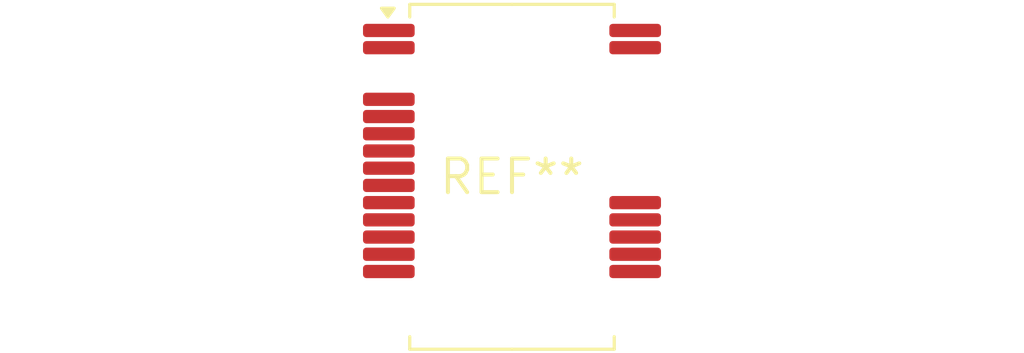
<source format=kicad_pcb>
(kicad_pcb (version 20240108) (generator pcbnew)
  (layers (0 "F.Cu" signal) (31 "B.Cu" signal) (34 "B.Paste" user) (35 "F.Paste" user) (36 "B.SilkS" user "B.Silkscreen") (37 "F.SilkS" user "F.Silkscreen") (38 "B.Mask" user) (39 "F.Mask" user) (44 "Edge.Cuts" user))
  (net 0 "")
  (footprint "Infineon_PG-DSO-20-U03_7.5x12.8mm" (layer "F.Cu") (at 0 0)
    (property "Reference" "REF**")
    (property "Value" "Infineon_PG-DSO-20-U03_7.5x12.8mm")
    (fp_line (start -3.86 -6.51) (end -3.86 -6.035) (layer "F.SilkS") (stroke (width 0.12)))
    (fp_line (start -3.86 6.51) (end -3.86 6.035) (layer "F.SilkS") (stroke (width 0.12)))
    (fp_line (start 0 -6.51) (end -3.86 -6.51) (layer "F.SilkS") (stroke (width 0.12)))
    (fp_line (start 0 -6.51) (end 3.86 -6.51) (layer "F.SilkS") (stroke (width 0.12)))
    (fp_line (start 0 6.51) (end -3.86 6.51) (layer "F.SilkS") (stroke (width 0.12)))
    (fp_line (start 0 6.51) (end 3.86 6.51) (layer "F.SilkS") (stroke (width 0.12)))
    (fp_line (start 3.86 -6.51) (end 3.86 -6.035) (layer "F.SilkS") (stroke (width 0.12)))
    (fp_line (start 3.86 6.51) (end 3.86 6.035) (layer "F.SilkS") (stroke (width 0.12)))
    (fp_poly (pts (xy -4.6875 -6.035) (xy -4.9275 -6.365) (xy -4.4475 -6.365) (xy -4.6875 -6.035)) (layer "F.SilkS") (stroke (width 0.12)) (fill solid))
    (pad "1" smd roundrect (at -4.65 -5.525) (size 1.95 0.5) (layers "F.Cu" "F.Paste" "F.Mask"))
    (pad "2" smd roundrect (at -4.65 -4.875) (size 1.95 0.5) (layers "F.Cu" "F.Paste" "F.Mask"))
    (pad "3" smd roundrect (at -4.65 -2.925) (size 1.95 0.5) (layers "F.Cu" "F.Paste" "F.Mask"))
    (pad "4" smd roundrect (at -4.65 -2.275) (size 1.95 0.5) (layers "F.Cu" "F.Paste" "F.Mask"))
    (pad "5" smd roundrect (at -4.65 -1.625) (size 1.95 0.5) (layers "F.Cu" "F.Paste" "F.Mask"))
    (pad "6" smd roundrect (at -4.65 -0.975) (size 1.95 0.5) (layers "F.Cu" "F.Paste" "F.Mask"))
    (pad "7" smd roundrect (at -4.65 -0.325) (size 1.95 0.5) (layers "F.Cu" "F.Paste" "F.Mask"))
    (pad "8" smd roundrect (at -4.65 0.325) (size 1.95 0.5) (layers "F.Cu" "F.Paste" "F.Mask"))
    (pad "9" smd roundrect (at -4.65 0.975) (size 1.95 0.5) (layers "F.Cu" "F.Paste" "F.Mask"))
    (pad "10" smd roundrect (at -4.65 1.625) (size 1.95 0.5) (layers "F.Cu" "F.Paste" "F.Mask"))
    (pad "11" smd roundrect (at -4.65 2.275) (size 1.95 0.5) (layers "F.Cu" "F.Paste" "F.Mask"))
    (pad "12" smd roundrect (at -4.65 2.925) (size 1.95 0.5) (layers "F.Cu" "F.Paste" "F.Mask"))
    (pad "13" smd roundrect (at -4.65 3.575) (size 1.95 0.5) (layers "F.Cu" "F.Paste" "F.Mask"))
    (pad "14" smd roundrect (at 4.65 3.575) (size 1.95 0.5) (layers "F.Cu" "F.Paste" "F.Mask"))
    (pad "15" smd roundrect (at 4.65 2.925) (size 1.95 0.5) (layers "F.Cu" "F.Paste" "F.Mask"))
    (pad "16" smd roundrect (at 4.65 2.275) (size 1.95 0.5) (layers "F.Cu" "F.Paste" "F.Mask"))
    (pad "17" smd roundrect (at 4.65 1.625) (size 1.95 0.5) (layers "F.Cu" "F.Paste" "F.Mask"))
    (pad "18" smd roundrect (at 4.65 0.975) (size 1.95 0.5) (layers "F.Cu" "F.Paste" "F.Mask"))
    (pad "19" smd roundrect (at 4.65 -4.875) (size 1.95 0.5) (layers "F.Cu" "F.Paste" "F.Mask"))
    (pad "20" smd roundrect (at 4.65 -5.525) (size 1.95 0.5) (layers "F.Cu" "F.Paste" "F.Mask"))
  )
)
</source>
